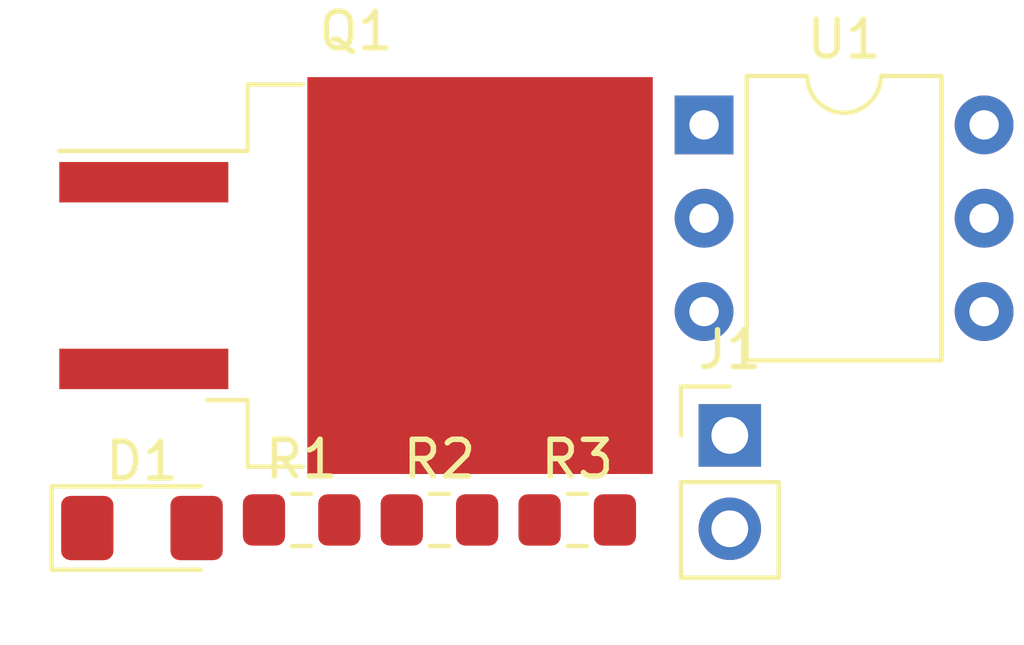
<source format=kicad_pcb>
(kicad_pcb (version 20171130) (host pcbnew 5.0.2-bee76a0~70~ubuntu18.04.1)

  (general
    (thickness 1.6)
    (drawings 0)
    (tracks 0)
    (zones 0)
    (modules 7)
    (nets 10)
  )

  (page A4)
  (layers
    (0 F.Cu signal)
    (31 B.Cu signal)
    (32 B.Adhes user)
    (33 F.Adhes user)
    (34 B.Paste user)
    (35 F.Paste user)
    (36 B.SilkS user)
    (37 F.SilkS user)
    (38 B.Mask user)
    (39 F.Mask user)
    (40 Dwgs.User user)
    (41 Cmts.User user)
    (42 Eco1.User user)
    (43 Eco2.User user)
    (44 Edge.Cuts user)
    (45 Margin user)
    (46 B.CrtYd user)
    (47 F.CrtYd user)
    (48 B.Fab user)
    (49 F.Fab user)
  )

  (setup
    (last_trace_width 0.25)
    (trace_clearance 0.2)
    (zone_clearance 0.508)
    (zone_45_only no)
    (trace_min 0.2)
    (segment_width 0.2)
    (edge_width 0.15)
    (via_size 0.8)
    (via_drill 0.4)
    (via_min_size 0.4)
    (via_min_drill 0.3)
    (uvia_size 0.3)
    (uvia_drill 0.1)
    (uvias_allowed no)
    (uvia_min_size 0.2)
    (uvia_min_drill 0.1)
    (pcb_text_width 0.3)
    (pcb_text_size 1.5 1.5)
    (mod_edge_width 0.15)
    (mod_text_size 0.000001 0.000001)
    (mod_text_width 0.15)
    (pad_size 1.4 1.4)
    (pad_drill 0.6)
    (pad_to_mask_clearance 0.051)
    (solder_mask_min_width 0.25)
    (aux_axis_origin 0 0)
    (visible_elements FFFFFF7F)
    (pcbplotparams
      (layerselection 0x010fc_ffffffff)
      (usegerberextensions false)
      (usegerberattributes false)
      (usegerberadvancedattributes false)
      (creategerberjobfile false)
      (excludeedgelayer true)
      (linewidth 0.100000)
      (plotframeref false)
      (viasonmask false)
      (mode 1)
      (useauxorigin false)
      (hpglpennumber 1)
      (hpglpenspeed 20)
      (hpglpendiameter 15.000000)
      (psnegative false)
      (psa4output false)
      (plotreference true)
      (plotvalue true)
      (plotinvisibletext false)
      (padsonsilk false)
      (subtractmaskfromsilk false)
      (outputformat 1)
      (mirror false)
      (drillshape 1)
      (scaleselection 1)
      (outputdirectory ""))
  )

  (net 0 "")
  (net 1 +12V)
  (net 2 "Net-(R1-Pad2)")
  (net 3 Spindle)
  (net 4 "Net-(R2-Pad1)")
  (net 5 "Net-(Q1-Pad1)")
  (net 6 GND)
  (net 7 "Net-(D1-Pad2)")
  (net 8 "Net-(U1-Pad3)")
  (net 9 "Net-(U1-Pad6)")

  (net_class Default "This is the default net class."
    (clearance 0.2)
    (trace_width 0.25)
    (via_dia 0.8)
    (via_drill 0.4)
    (uvia_dia 0.3)
    (uvia_drill 0.1)
    (add_net +12V)
    (add_net GND)
    (add_net "Net-(D1-Pad2)")
    (add_net "Net-(Q1-Pad1)")
    (add_net "Net-(R1-Pad2)")
    (add_net "Net-(R2-Pad1)")
    (add_net "Net-(U1-Pad3)")
    (add_net "Net-(U1-Pad6)")
    (add_net Spindle)
  )

  (module Connector_PinHeader_2.54mm:PinHeader_1x02_P2.54mm_Vertical (layer F.Cu) (tedit 59FED5CC) (tstamp 5C084115)
    (at 22.815001 -33.074999)
    (descr "Through hole straight pin header, 1x02, 2.54mm pitch, single row")
    (tags "Through hole pin header THT 1x02 2.54mm single row")
    (path /5C067E14)
    (fp_text reference J1 (at 0 -2.33) (layer F.SilkS)
      (effects (font (size 1 1) (thickness 0.15)))
    )
    (fp_text value PWM_TO_MOTOR (at 0 4.87) (layer F.Fab)
      (effects (font (size 1 1) (thickness 0.15)))
    )
    (fp_line (start -0.635 -1.27) (end 1.27 -1.27) (layer F.Fab) (width 0.1))
    (fp_line (start 1.27 -1.27) (end 1.27 3.81) (layer F.Fab) (width 0.1))
    (fp_line (start 1.27 3.81) (end -1.27 3.81) (layer F.Fab) (width 0.1))
    (fp_line (start -1.27 3.81) (end -1.27 -0.635) (layer F.Fab) (width 0.1))
    (fp_line (start -1.27 -0.635) (end -0.635 -1.27) (layer F.Fab) (width 0.1))
    (fp_line (start -1.33 3.87) (end 1.33 3.87) (layer F.SilkS) (width 0.12))
    (fp_line (start -1.33 1.27) (end -1.33 3.87) (layer F.SilkS) (width 0.12))
    (fp_line (start 1.33 1.27) (end 1.33 3.87) (layer F.SilkS) (width 0.12))
    (fp_line (start -1.33 1.27) (end 1.33 1.27) (layer F.SilkS) (width 0.12))
    (fp_line (start -1.33 0) (end -1.33 -1.33) (layer F.SilkS) (width 0.12))
    (fp_line (start -1.33 -1.33) (end 0 -1.33) (layer F.SilkS) (width 0.12))
    (fp_line (start -1.8 -1.8) (end -1.8 4.35) (layer F.CrtYd) (width 0.05))
    (fp_line (start -1.8 4.35) (end 1.8 4.35) (layer F.CrtYd) (width 0.05))
    (fp_line (start 1.8 4.35) (end 1.8 -1.8) (layer F.CrtYd) (width 0.05))
    (fp_line (start 1.8 -1.8) (end -1.8 -1.8) (layer F.CrtYd) (width 0.05))
    (fp_text user %R (at 0 1.27 90) (layer F.Fab)
      (effects (font (size 1 1) (thickness 0.15)))
    )
    (pad 1 thru_hole rect (at 0 0) (size 1.7 1.7) (drill 1) (layers *.Cu *.Mask)
      (net 1 +12V))
    (pad 2 thru_hole oval (at 0 2.54) (size 1.7 1.7) (drill 1) (layers *.Cu *.Mask)
      (net 7 "Net-(D1-Pad2)"))
    (model ${KISYS3DMOD}/Connector_PinHeader_2.54mm.3dshapes/PinHeader_1x02_P2.54mm_Vertical.wrl
      (at (xyz 0 0 0))
      (scale (xyz 1 1 1))
      (rotate (xyz 0 0 0))
    )
  )

  (module Diode_SMD:D_1206_3216Metric_Pad1.42x1.75mm_HandSolder (layer F.Cu) (tedit 5B4B45C8) (tstamp 5C0840FF)
    (at 6.820001 -30.554999)
    (descr "Diode SMD 1206 (3216 Metric), square (rectangular) end terminal, IPC_7351 nominal, (Body size source: http://www.tortai-tech.com/upload/download/2011102023233369053.pdf), generated with kicad-footprint-generator")
    (tags "diode handsolder")
    (path /5C07034B)
    (attr smd)
    (fp_text reference D1 (at 0 -1.82) (layer F.SilkS)
      (effects (font (size 1 1) (thickness 0.15)))
    )
    (fp_text value SD_SS510 (at 0 1.82) (layer F.Fab)
      (effects (font (size 1 1) (thickness 0.15)))
    )
    (fp_line (start 1.6 -0.8) (end -1.2 -0.8) (layer F.Fab) (width 0.1))
    (fp_line (start -1.2 -0.8) (end -1.6 -0.4) (layer F.Fab) (width 0.1))
    (fp_line (start -1.6 -0.4) (end -1.6 0.8) (layer F.Fab) (width 0.1))
    (fp_line (start -1.6 0.8) (end 1.6 0.8) (layer F.Fab) (width 0.1))
    (fp_line (start 1.6 0.8) (end 1.6 -0.8) (layer F.Fab) (width 0.1))
    (fp_line (start 1.6 -1.135) (end -2.46 -1.135) (layer F.SilkS) (width 0.12))
    (fp_line (start -2.46 -1.135) (end -2.46 1.135) (layer F.SilkS) (width 0.12))
    (fp_line (start -2.46 1.135) (end 1.6 1.135) (layer F.SilkS) (width 0.12))
    (fp_line (start -2.45 1.12) (end -2.45 -1.12) (layer F.CrtYd) (width 0.05))
    (fp_line (start -2.45 -1.12) (end 2.45 -1.12) (layer F.CrtYd) (width 0.05))
    (fp_line (start 2.45 -1.12) (end 2.45 1.12) (layer F.CrtYd) (width 0.05))
    (fp_line (start 2.45 1.12) (end -2.45 1.12) (layer F.CrtYd) (width 0.05))
    (fp_text user %R (at 0 0) (layer F.Fab)
      (effects (font (size 0.8 0.8) (thickness 0.12)))
    )
    (pad 1 smd roundrect (at -1.4875 0) (size 1.425 1.75) (layers F.Cu F.Paste F.Mask) (roundrect_rratio 0.175439)
      (net 1 +12V))
    (pad 2 smd roundrect (at 1.4875 0) (size 1.425 1.75) (layers F.Cu F.Paste F.Mask) (roundrect_rratio 0.175439)
      (net 7 "Net-(D1-Pad2)"))
    (model ${KISYS3DMOD}/Diode_SMD.3dshapes/D_1206_3216Metric.wrl
      (at (xyz 0 0 0))
      (scale (xyz 1 1 1))
      (rotate (xyz 0 0 0))
    )
  )

  (module Package_DIP:DIP-6_W7.62mm (layer F.Cu) (tedit 5A02E8C5) (tstamp 5C0840EC)
    (at 22.115001 -41.524999)
    (descr "6-lead though-hole mounted DIP package, row spacing 7.62 mm (300 mils)")
    (tags "THT DIP DIL PDIP 2.54mm 7.62mm 300mil")
    (path /5C06902C)
    (fp_text reference U1 (at 3.81 -2.33) (layer F.SilkS)
      (effects (font (size 1 1) (thickness 0.15)))
    )
    (fp_text value 4N35 (at 3.81 7.41) (layer F.Fab)
      (effects (font (size 1 1) (thickness 0.15)))
    )
    (fp_arc (start 3.81 -1.33) (end 2.81 -1.33) (angle -180) (layer F.SilkS) (width 0.12))
    (fp_line (start 1.635 -1.27) (end 6.985 -1.27) (layer F.Fab) (width 0.1))
    (fp_line (start 6.985 -1.27) (end 6.985 6.35) (layer F.Fab) (width 0.1))
    (fp_line (start 6.985 6.35) (end 0.635 6.35) (layer F.Fab) (width 0.1))
    (fp_line (start 0.635 6.35) (end 0.635 -0.27) (layer F.Fab) (width 0.1))
    (fp_line (start 0.635 -0.27) (end 1.635 -1.27) (layer F.Fab) (width 0.1))
    (fp_line (start 2.81 -1.33) (end 1.16 -1.33) (layer F.SilkS) (width 0.12))
    (fp_line (start 1.16 -1.33) (end 1.16 6.41) (layer F.SilkS) (width 0.12))
    (fp_line (start 1.16 6.41) (end 6.46 6.41) (layer F.SilkS) (width 0.12))
    (fp_line (start 6.46 6.41) (end 6.46 -1.33) (layer F.SilkS) (width 0.12))
    (fp_line (start 6.46 -1.33) (end 4.81 -1.33) (layer F.SilkS) (width 0.12))
    (fp_line (start -1.1 -1.55) (end -1.1 6.6) (layer F.CrtYd) (width 0.05))
    (fp_line (start -1.1 6.6) (end 8.7 6.6) (layer F.CrtYd) (width 0.05))
    (fp_line (start 8.7 6.6) (end 8.7 -1.55) (layer F.CrtYd) (width 0.05))
    (fp_line (start 8.7 -1.55) (end -1.1 -1.55) (layer F.CrtYd) (width 0.05))
    (fp_text user %R (at 3.81 2.54) (layer F.Fab)
      (effects (font (size 1 1) (thickness 0.15)))
    )
    (pad 1 thru_hole rect (at 0 0) (size 1.6 1.6) (drill 0.8) (layers *.Cu *.Mask)
      (net 4 "Net-(R2-Pad1)"))
    (pad 4 thru_hole oval (at 7.62 5.08) (size 1.6 1.6) (drill 0.8) (layers *.Cu *.Mask)
      (net 5 "Net-(Q1-Pad1)"))
    (pad 2 thru_hole oval (at 0 2.54) (size 1.6 1.6) (drill 0.8) (layers *.Cu *.Mask)
      (net 6 GND))
    (pad 5 thru_hole oval (at 7.62 2.54) (size 1.6 1.6) (drill 0.8) (layers *.Cu *.Mask)
      (net 2 "Net-(R1-Pad2)"))
    (pad 3 thru_hole oval (at 0 5.08) (size 1.6 1.6) (drill 0.8) (layers *.Cu *.Mask)
      (net 8 "Net-(U1-Pad3)"))
    (pad 6 thru_hole oval (at 7.62 0) (size 1.6 1.6) (drill 0.8) (layers *.Cu *.Mask)
      (net 9 "Net-(U1-Pad6)"))
    (model ${KISYS3DMOD}/Package_DIP.3dshapes/DIP-6_W7.62mm.wrl
      (at (xyz 0 0 0))
      (scale (xyz 1 1 1))
      (rotate (xyz 0 0 0))
    )
  )

  (module Package_TO_SOT_SMD:TO-263-2 (layer F.Cu) (tedit 5A70FB7B) (tstamp 5C0840D2)
    (at 12.645001 -37.424999)
    (descr "TO-263 / D2PAK / DDPAK SMD package, http://www.infineon.com/cms/en/product/packages/PG-TO263/PG-TO263-3-1/")
    (tags "D2PAK DDPAK TO-263 D2PAK-3 TO-263-3 SOT-404")
    (path /5C066F82)
    (attr smd)
    (fp_text reference Q1 (at 0 -6.65) (layer F.SilkS)
      (effects (font (size 1 1) (thickness 0.15)))
    )
    (fp_text value IRF540N (at 0 6.65) (layer F.Fab)
      (effects (font (size 1 1) (thickness 0.15)))
    )
    (fp_line (start 6.5 -5) (end 7.5 -5) (layer F.Fab) (width 0.1))
    (fp_line (start 7.5 -5) (end 7.5 5) (layer F.Fab) (width 0.1))
    (fp_line (start 7.5 5) (end 6.5 5) (layer F.Fab) (width 0.1))
    (fp_line (start 6.5 -5) (end 6.5 5) (layer F.Fab) (width 0.1))
    (fp_line (start 6.5 5) (end -2.75 5) (layer F.Fab) (width 0.1))
    (fp_line (start -2.75 5) (end -2.75 -4) (layer F.Fab) (width 0.1))
    (fp_line (start -2.75 -4) (end -1.75 -5) (layer F.Fab) (width 0.1))
    (fp_line (start -1.75 -5) (end 6.5 -5) (layer F.Fab) (width 0.1))
    (fp_line (start -2.75 -3.04) (end -7.45 -3.04) (layer F.Fab) (width 0.1))
    (fp_line (start -7.45 -3.04) (end -7.45 -2.04) (layer F.Fab) (width 0.1))
    (fp_line (start -7.45 -2.04) (end -2.75 -2.04) (layer F.Fab) (width 0.1))
    (fp_line (start -2.75 2.04) (end -7.45 2.04) (layer F.Fab) (width 0.1))
    (fp_line (start -7.45 2.04) (end -7.45 3.04) (layer F.Fab) (width 0.1))
    (fp_line (start -7.45 3.04) (end -2.75 3.04) (layer F.Fab) (width 0.1))
    (fp_line (start -1.45 -5.2) (end -2.95 -5.2) (layer F.SilkS) (width 0.12))
    (fp_line (start -2.95 -5.2) (end -2.95 -3.39) (layer F.SilkS) (width 0.12))
    (fp_line (start -2.95 -3.39) (end -8.075 -3.39) (layer F.SilkS) (width 0.12))
    (fp_line (start -1.45 5.2) (end -2.95 5.2) (layer F.SilkS) (width 0.12))
    (fp_line (start -2.95 5.2) (end -2.95 3.39) (layer F.SilkS) (width 0.12))
    (fp_line (start -2.95 3.39) (end -4.05 3.39) (layer F.SilkS) (width 0.12))
    (fp_line (start -8.32 -5.65) (end -8.32 5.65) (layer F.CrtYd) (width 0.05))
    (fp_line (start -8.32 5.65) (end 8.32 5.65) (layer F.CrtYd) (width 0.05))
    (fp_line (start 8.32 5.65) (end 8.32 -5.65) (layer F.CrtYd) (width 0.05))
    (fp_line (start 8.32 -5.65) (end -8.32 -5.65) (layer F.CrtYd) (width 0.05))
    (fp_text user %R (at 0 0) (layer F.Fab)
      (effects (font (size 1 1) (thickness 0.15)))
    )
    (pad 1 smd rect (at -5.775 -2.54) (size 4.6 1.1) (layers F.Cu F.Paste F.Mask)
      (net 5 "Net-(Q1-Pad1)"))
    (pad 3 smd rect (at -5.775 2.54) (size 4.6 1.1) (layers F.Cu F.Paste F.Mask)
      (net 6 GND))
    (pad 2 smd rect (at 3.375 0) (size 9.4 10.8) (layers F.Cu F.Mask)
      (net 7 "Net-(D1-Pad2)"))
    (pad "" smd rect (at 5.8 2.775) (size 4.55 5.25) (layers F.Paste))
    (pad "" smd rect (at 0.95 -2.775) (size 4.55 5.25) (layers F.Paste))
    (pad "" smd rect (at 5.8 -2.775) (size 4.55 5.25) (layers F.Paste))
    (pad "" smd rect (at 0.95 2.775) (size 4.55 5.25) (layers F.Paste))
    (model ${KISYS3DMOD}/Package_TO_SOT_SMD.3dshapes/TO-263-2.wrl
      (at (xyz 0 0 0))
      (scale (xyz 1 1 1))
      (rotate (xyz 0 0 0))
    )
  )

  (module Resistor_SMD:R_0805_2012Metric_Pad1.15x1.40mm_HandSolder (layer F.Cu) (tedit 5B36C52B) (tstamp 5C0840AE)
    (at 18.665001 -30.774999)
    (descr "Resistor SMD 0805 (2012 Metric), square (rectangular) end terminal, IPC_7351 nominal with elongated pad for handsoldering. (Body size source: https://docs.google.com/spreadsheets/d/1BsfQQcO9C6DZCsRaXUlFlo91Tg2WpOkGARC1WS5S8t0/edit?usp=sharing), generated with kicad-footprint-generator")
    (tags "resistor handsolder")
    (path /5C0675E7)
    (attr smd)
    (fp_text reference R3 (at 0 -1.65) (layer F.SilkS)
      (effects (font (size 1 1) (thickness 0.15)))
    )
    (fp_text value R103,0805 (at 0 1.65) (layer F.Fab)
      (effects (font (size 1 1) (thickness 0.15)))
    )
    (fp_line (start -1 0.6) (end -1 -0.6) (layer F.Fab) (width 0.1))
    (fp_line (start -1 -0.6) (end 1 -0.6) (layer F.Fab) (width 0.1))
    (fp_line (start 1 -0.6) (end 1 0.6) (layer F.Fab) (width 0.1))
    (fp_line (start 1 0.6) (end -1 0.6) (layer F.Fab) (width 0.1))
    (fp_line (start -0.261252 -0.71) (end 0.261252 -0.71) (layer F.SilkS) (width 0.12))
    (fp_line (start -0.261252 0.71) (end 0.261252 0.71) (layer F.SilkS) (width 0.12))
    (fp_line (start -1.85 0.95) (end -1.85 -0.95) (layer F.CrtYd) (width 0.05))
    (fp_line (start -1.85 -0.95) (end 1.85 -0.95) (layer F.CrtYd) (width 0.05))
    (fp_line (start 1.85 -0.95) (end 1.85 0.95) (layer F.CrtYd) (width 0.05))
    (fp_line (start 1.85 0.95) (end -1.85 0.95) (layer F.CrtYd) (width 0.05))
    (fp_text user %R (at 0 0) (layer F.Fab)
      (effects (font (size 0.5 0.5) (thickness 0.08)))
    )
    (pad 1 smd roundrect (at -1.025 0) (size 1.15 1.4) (layers F.Cu F.Paste F.Mask) (roundrect_rratio 0.217391)
      (net 5 "Net-(Q1-Pad1)"))
    (pad 2 smd roundrect (at 1.025 0) (size 1.15 1.4) (layers F.Cu F.Paste F.Mask) (roundrect_rratio 0.217391)
      (net 6 GND))
    (model ${KISYS3DMOD}/Resistor_SMD.3dshapes/R_0805_2012Metric.wrl
      (at (xyz 0 0 0))
      (scale (xyz 1 1 1))
      (rotate (xyz 0 0 0))
    )
  )

  (module Resistor_SMD:R_0805_2012Metric_Pad1.15x1.40mm_HandSolder (layer F.Cu) (tedit 5B36C52B) (tstamp 5C08409D)
    (at 14.915001 -30.774999)
    (descr "Resistor SMD 0805 (2012 Metric), square (rectangular) end terminal, IPC_7351 nominal with elongated pad for handsoldering. (Body size source: https://docs.google.com/spreadsheets/d/1BsfQQcO9C6DZCsRaXUlFlo91Tg2WpOkGARC1WS5S8t0/edit?usp=sharing), generated with kicad-footprint-generator")
    (tags "resistor handsolder")
    (path /5C06942B)
    (attr smd)
    (fp_text reference R2 (at 0 -1.65) (layer F.SilkS)
      (effects (font (size 1 1) (thickness 0.15)))
    )
    (fp_text value R330,0805 (at 0 1.65) (layer F.Fab)
      (effects (font (size 1 1) (thickness 0.15)))
    )
    (fp_text user %R (at 0 0) (layer F.Fab)
      (effects (font (size 0.5 0.5) (thickness 0.08)))
    )
    (fp_line (start 1.85 0.95) (end -1.85 0.95) (layer F.CrtYd) (width 0.05))
    (fp_line (start 1.85 -0.95) (end 1.85 0.95) (layer F.CrtYd) (width 0.05))
    (fp_line (start -1.85 -0.95) (end 1.85 -0.95) (layer F.CrtYd) (width 0.05))
    (fp_line (start -1.85 0.95) (end -1.85 -0.95) (layer F.CrtYd) (width 0.05))
    (fp_line (start -0.261252 0.71) (end 0.261252 0.71) (layer F.SilkS) (width 0.12))
    (fp_line (start -0.261252 -0.71) (end 0.261252 -0.71) (layer F.SilkS) (width 0.12))
    (fp_line (start 1 0.6) (end -1 0.6) (layer F.Fab) (width 0.1))
    (fp_line (start 1 -0.6) (end 1 0.6) (layer F.Fab) (width 0.1))
    (fp_line (start -1 -0.6) (end 1 -0.6) (layer F.Fab) (width 0.1))
    (fp_line (start -1 0.6) (end -1 -0.6) (layer F.Fab) (width 0.1))
    (pad 2 smd roundrect (at 1.025 0) (size 1.15 1.4) (layers F.Cu F.Paste F.Mask) (roundrect_rratio 0.217391)
      (net 3 Spindle))
    (pad 1 smd roundrect (at -1.025 0) (size 1.15 1.4) (layers F.Cu F.Paste F.Mask) (roundrect_rratio 0.217391)
      (net 4 "Net-(R2-Pad1)"))
    (model ${KISYS3DMOD}/Resistor_SMD.3dshapes/R_0805_2012Metric.wrl
      (at (xyz 0 0 0))
      (scale (xyz 1 1 1))
      (rotate (xyz 0 0 0))
    )
  )

  (module Resistor_SMD:R_0805_2012Metric_Pad1.15x1.40mm_HandSolder (layer F.Cu) (tedit 5B36C52B) (tstamp 5C08408C)
    (at 11.165001 -30.774999)
    (descr "Resistor SMD 0805 (2012 Metric), square (rectangular) end terminal, IPC_7351 nominal with elongated pad for handsoldering. (Body size source: https://docs.google.com/spreadsheets/d/1BsfQQcO9C6DZCsRaXUlFlo91Tg2WpOkGARC1WS5S8t0/edit?usp=sharing), generated with kicad-footprint-generator")
    (tags "resistor handsolder")
    (path /5C06C6B5)
    (attr smd)
    (fp_text reference R1 (at 0 -1.65) (layer F.SilkS)
      (effects (font (size 1 1) (thickness 0.15)))
    )
    (fp_text value R102,0805 (at 0 1.65) (layer F.Fab)
      (effects (font (size 1 1) (thickness 0.15)))
    )
    (fp_line (start -1 0.6) (end -1 -0.6) (layer F.Fab) (width 0.1))
    (fp_line (start -1 -0.6) (end 1 -0.6) (layer F.Fab) (width 0.1))
    (fp_line (start 1 -0.6) (end 1 0.6) (layer F.Fab) (width 0.1))
    (fp_line (start 1 0.6) (end -1 0.6) (layer F.Fab) (width 0.1))
    (fp_line (start -0.261252 -0.71) (end 0.261252 -0.71) (layer F.SilkS) (width 0.12))
    (fp_line (start -0.261252 0.71) (end 0.261252 0.71) (layer F.SilkS) (width 0.12))
    (fp_line (start -1.85 0.95) (end -1.85 -0.95) (layer F.CrtYd) (width 0.05))
    (fp_line (start -1.85 -0.95) (end 1.85 -0.95) (layer F.CrtYd) (width 0.05))
    (fp_line (start 1.85 -0.95) (end 1.85 0.95) (layer F.CrtYd) (width 0.05))
    (fp_line (start 1.85 0.95) (end -1.85 0.95) (layer F.CrtYd) (width 0.05))
    (fp_text user %R (at 0 0) (layer F.Fab)
      (effects (font (size 0.5 0.5) (thickness 0.08)))
    )
    (pad 1 smd roundrect (at -1.025 0) (size 1.15 1.4) (layers F.Cu F.Paste F.Mask) (roundrect_rratio 0.217391)
      (net 1 +12V))
    (pad 2 smd roundrect (at 1.025 0) (size 1.15 1.4) (layers F.Cu F.Paste F.Mask) (roundrect_rratio 0.217391)
      (net 2 "Net-(R1-Pad2)"))
    (model ${KISYS3DMOD}/Resistor_SMD.3dshapes/R_0805_2012Metric.wrl
      (at (xyz 0 0 0))
      (scale (xyz 1 1 1))
      (rotate (xyz 0 0 0))
    )
  )

)

</source>
